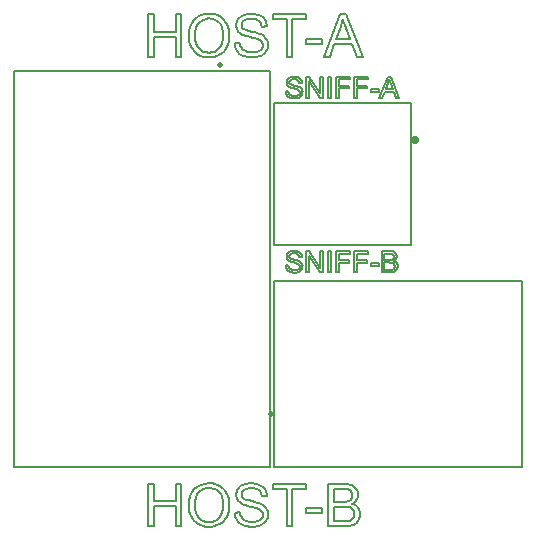
<source format=gto>
%FSLAX33Y33*%
%MOMM*%
%ADD10C,0.15*%
%ADD11C,0.5*%
%ADD12C,0.7*%
%ADD13C,0.5*%
%ADD14C,0.2032*%
D10*
%LNtop silkscreen_traces*%
%LNtop silkscreen component 81390542205083f1*%
G01*
X-5285Y39775D02*
X16385Y39775D01*
X16385Y6225*
X-5285Y6225*
X-5285Y39775*
D11*
X12155Y40275D03*
%LNtop silkscreen component 0e1364f0201fcbb8*%
D10*
X16799Y37040D02*
X28349Y37040D01*
X28349Y25040*
X16799Y25040*
X16799Y37040*
D12*
X28699Y33940D03*
%LNtop silkscreen component f3fd09079bb1218d*%
D10*
X37759Y6236D02*
X16789Y6236D01*
X16789Y21996*
X37759Y21996*
X37759Y6236*
D13*
X16509Y10761D03*
%LNtext*%
D14*
X8901Y44579D02*
X8901Y44579D01*
X8428Y44579*
X8428Y43109*
X8428Y43109*
X6567Y43109*
X6567Y43109*
X6567Y44579*
X6094Y44579*
X6094Y41001*
X6567Y41001*
X6567Y42687*
X6567Y42688*
X8428Y42688*
X8428Y42687*
X8428Y41001*
X8901Y41001*
X8901Y44579*
X11486Y40953D02*
X11486Y40953D01*
X11708Y40995*
X11921Y41064*
X12126Y41160*
X12316Y41284*
X12483Y41433*
X12627Y41609*
X12749Y41811*
X12845Y42033*
X12913Y42269*
X12954Y42520*
X12968Y42785*
X12955Y43046*
X12916Y43293*
X12851Y43526*
X12760Y43745*
X12643Y43945*
X12504Y44122*
X12340Y44275*
X12153Y44405*
X11948Y44509*
X11731Y44583*
X11501Y44627*
X11260Y44642*
X10899Y44611*
X10573Y44516*
X10281Y44359*
X10025Y44138*
X9815Y43862*
X9666Y43537*
X9576Y43164*
X9546Y42743*
X9559Y42511*
X9598Y42284*
X9662Y42064*
X9751Y41850*
X9866Y41650*
X10005Y41472*
X10167Y41317*
X10354Y41184*
X10560Y41077*
X10779Y41000*
X11011Y40955*
X11257Y40939*
X11486Y40953*
X10034Y42736D02*
X10034Y42736D01*
X10056Y42430*
X10121Y42158*
X10230Y41920*
X10382Y41717*
X10567Y41554*
X10774Y41437*
X11003Y41368*
X11255Y41344*
X11510Y41368*
X11742Y41438*
X11950Y41556*
X12135Y41720*
X12286Y41928*
X12394Y42175*
X12459Y42461*
X12480Y42787*
X12471Y42999*
X12444Y43196*
X12397Y43380*
X12333Y43550*
X12250Y43704*
X12151Y43839*
X12034Y43957*
X11901Y44055*
X11754Y44134*
X11599Y44190*
X11435Y44224*
X11262Y44235*
X11019Y44213*
X10794Y44148*
X10587Y44041*
X10397Y43889*
X10238Y43688*
X10125Y43428*
X10057Y43111*
X10034Y42736*
X15131Y40948D02*
X15131Y40948D01*
X15308Y40975*
X15475Y41018*
X15633Y41080*
X15778Y41157*
X15904Y41248*
X16012Y41353*
X16103Y41473*
X16175Y41601*
X16226Y41733*
X16256Y41870*
X16267Y42011*
X16257Y42151*
X16229Y42282*
X16183Y42405*
X16118Y42519*
X16033Y42625*
X15928Y42721*
X15803Y42808*
X15657Y42884*
X15527Y42935*
X15351Y42990*
X15130Y43049*
X14864Y43113*
X14864Y43113*
X14603Y43177*
X14603Y43177*
X14397Y43242*
X14397Y43242*
X14246Y43305*
X14246Y43305*
X14150Y43368*
X14150Y43368*
X14089Y43434*
X14089Y43434*
X14046Y43510*
X14046Y43510*
X14020Y43593*
X14020Y43593*
X14011Y43686*
X14011Y43686*
X14023Y43793*
X14023Y43793*
X14060Y43892*
X14060Y43892*
X14121Y43983*
X14121Y43983*
X14208Y44066*
X14208Y44066*
X14320Y44135*
X14320Y44135*
X14463Y44184*
X14463Y44184*
X14634Y44213*
X14634Y44213*
X14834Y44223*
X14834Y44223*
X15028Y44212*
X15028Y44212*
X15196Y44180*
X15196Y44180*
X15340Y44126*
X15340Y44126*
X15458Y44050*
X15458Y44050*
X15553Y43953*
X15553Y43953*
X15626Y43835*
X15626Y43835*
X15677Y43696*
X15677Y43696*
X15706Y43537*
X16159Y43571*
X16144Y43724*
X16109Y43869*
X16056Y44006*
X15984Y44134*
X15893Y44251*
X15785Y44353*
X15659Y44440*
X15516Y44511*
X15358Y44568*
X15189Y44608*
X15008Y44632*
X14815Y44640*
X14638Y44632*
X14470Y44609*
X14310Y44571*
X14158Y44518*
X14019Y44449*
X13898Y44367*
X13795Y44271*
X13709Y44160*
X13642Y44040*
X13594Y43916*
X13565Y43787*
X13555Y43654*
X13563Y43534*
X13587Y43419*
X13626Y43311*
X13681Y43209*
X13752Y43113*
X13839Y43026*
X13943Y42947*
X14063Y42875*
X14180Y42822*
X14334Y42767*
X14526Y42710*
X14754Y42652*
X14978Y42597*
X14978Y42597*
X15160Y42549*
X15160Y42549*
X15297Y42510*
X15297Y42510*
X15391Y42478*
X15391Y42478*
X15495Y42432*
X15495Y42432*
X15584Y42382*
X15584Y42382*
X15657Y42327*
X15657Y42327*
X15713Y42266*
X15713Y42266*
X15756Y42201*
X15756Y42201*
X15787Y42130*
X15787Y42130*
X15805Y42053*
X15805Y42053*
X15811Y41972*
X15811Y41972*
X15805Y41890*
X15805Y41890*
X15786Y41812*
X15786Y41812*
X15754Y41737*
X15754Y41737*
X15710Y41665*
X15710Y41665*
X15652Y41598*
X15652Y41598*
X15582Y41539*
X15582Y41539*
X15498Y41488*
X15498Y41488*
X15401Y41444*
X15401Y41444*
X15293Y41409*
X15293Y41409*
X15177Y41383*
X15177Y41383*
X15054Y41368*
X15054Y41368*
X14922Y41363*
X14922Y41363*
X14773Y41370*
X14773Y41370*
X14632Y41390*
X14632Y41390*
X14498Y41423*
X14498Y41423*
X14372Y41469*
X14372Y41470*
X14258Y41527*
X14258Y41527*
X14160Y41592*
X14160Y41592*
X14078Y41666*
X14078Y41666*
X14012Y41748*
X14012Y41748*
X13959Y41840*
X13959Y41840*
X13917Y41944*
X13917Y41944*
X13885Y42061*
X13885Y42061*
X13864Y42188*
X13419Y42149*
X13434Y41975*
X13473Y41810*
X13533Y41654*
X13615Y41507*
X13717Y41374*
X13837Y41258*
X13975Y41161*
X14130Y41081*
X14304Y41019*
X14498Y40975*
X14711Y40948*
X14944Y40939*
X15131Y40948*
X18298Y44157D02*
X18298Y44157D01*
X18298Y44157*
X19482Y44157*
X19482Y44579*
X16646Y44579*
X16646Y44157*
X17825Y44157*
X17825Y44157*
X17825Y41001*
X18298Y41001*
X18298Y44157*
X20815Y42516D02*
X20815Y42516D01*
X19466Y42516*
X19466Y42075*
X20815Y42075*
X20815Y42516*
X22849Y44579D02*
X22849Y44579D01*
X22339Y44579*
X20965Y41001*
X21467Y41001*
X21860Y42084*
X21860Y42084*
X23357Y42084*
X23357Y42084*
X23775Y41001*
X24313Y41001*
X22849Y44579*
X22836Y43461D02*
X22836Y43461D01*
X22836Y43461*
X22756Y43677*
X22756Y43677*
X22688Y43872*
X22688Y43872*
X22630Y44048*
X22630Y44048*
X22583Y44201*
X22546Y44031*
X22546Y44031*
X22501Y43860*
X22501Y43860*
X22449Y43689*
X22449Y43689*
X22391Y43519*
X22391Y43519*
X21998Y42470*
X23210Y42470*
X22836Y43461*
X18608Y37474D02*
X18608Y37474D01*
X18696Y37488*
X18780Y37509*
X18859Y37540*
X18931Y37579*
X18994Y37624*
X19049Y37677*
X19094Y37736*
X19130Y37801*
X19155Y37867*
X19170Y37935*
X19176Y38005*
X19171Y38075*
X19157Y38141*
X19134Y38202*
X19101Y38260*
X19059Y38312*
X19006Y38360*
X18944Y38404*
X18871Y38442*
X18806Y38467*
X18718Y38495*
X18608Y38524*
X18475Y38556*
X18475Y38556*
X18344Y38588*
X18344Y38588*
X18241Y38621*
X18241Y38621*
X18165Y38652*
X18165Y38652*
X18117Y38684*
X18117Y38684*
X18087Y38717*
X18087Y38717*
X18065Y38755*
X18065Y38755*
X18052Y38797*
X18052Y38797*
X18048Y38843*
X18048Y38843*
X18054Y38896*
X18054Y38896*
X18072Y38946*
X18072Y38946*
X18103Y38992*
X18103Y38992*
X18146Y39033*
X18146Y39033*
X18203Y39067*
X18203Y39068*
X18274Y39092*
X18274Y39092*
X18359Y39107*
X18359Y39107*
X18460Y39112*
X18460Y39112*
X18556Y39106*
X18556Y39106*
X18641Y39090*
X18641Y39090*
X18713Y39063*
X18713Y39063*
X18772Y39025*
X18772Y39025*
X18819Y38976*
X18819Y38976*
X18856Y38917*
X18856Y38917*
X18881Y38848*
X18881Y38848*
X18896Y38769*
X19122Y38786*
X19114Y38862*
X19097Y38934*
X19070Y39003*
X19034Y39067*
X18989Y39126*
X18935Y39176*
X18872Y39220*
X18801Y39256*
X18722Y39284*
X18637Y39304*
X18546Y39316*
X18450Y39320*
X18362Y39316*
X18277Y39304*
X18197Y39285*
X18122Y39259*
X18052Y39225*
X17992Y39183*
X17940Y39135*
X17897Y39080*
X17864Y39020*
X17840Y38958*
X17825Y38893*
X17820Y38827*
X17824Y38767*
X17836Y38710*
X17856Y38656*
X17883Y38604*
X17919Y38557*
X17962Y38513*
X18014Y38474*
X18074Y38438*
X18133Y38411*
X18210Y38384*
X18305Y38355*
X18419Y38326*
X18532Y38299*
X18532Y38299*
X18622Y38275*
X18622Y38275*
X18691Y38255*
X18691Y38255*
X18738Y38239*
X18738Y38239*
X18790Y38216*
X18790Y38216*
X18835Y38191*
X18835Y38191*
X18871Y38163*
X18871Y38163*
X18899Y38133*
X18899Y38133*
X18921Y38100*
X18921Y38100*
X18936Y38065*
X18936Y38065*
X18945Y38027*
X18945Y38027*
X18948Y37986*
X18948Y37986*
X18945Y37945*
X18945Y37945*
X18936Y37906*
X18936Y37906*
X18920Y37868*
X18920Y37868*
X18898Y37832*
X18898Y37832*
X18869Y37799*
X18869Y37799*
X18834Y37770*
X18833Y37770*
X18792Y37744*
X18792Y37744*
X18743Y37722*
X18743Y37722*
X18689Y37704*
X18689Y37704*
X18631Y37691*
X18631Y37691*
X18569Y37684*
X18569Y37684*
X18503Y37681*
X18503Y37681*
X18429Y37685*
X18429Y37685*
X18358Y37695*
X18358Y37695*
X18292Y37711*
X18292Y37711*
X18229Y37735*
X18229Y37735*
X18172Y37763*
X18172Y37763*
X18122Y37796*
X18122Y37796*
X18081Y37833*
X18081Y37833*
X18048Y37874*
X18048Y37874*
X18022Y37920*
X18022Y37920*
X18001Y37972*
X18001Y37972*
X17985Y38030*
X17985Y38030*
X17974Y38094*
X17752Y38074*
X17760Y37988*
X17779Y37905*
X17809Y37827*
X17850Y37754*
X17901Y37687*
X17961Y37629*
X18030Y37581*
X18108Y37541*
X18194Y37510*
X18291Y37488*
X18398Y37474*
X18514Y37470*
X18608Y37474*
X20907Y39289D02*
X20907Y39289D01*
X20681Y39289*
X20681Y37884*
X20680Y37884*
X19740Y39289*
X19498Y39289*
X19498Y37501*
X19724Y37501*
X19724Y38907*
X19724Y38907*
X20664Y37501*
X20907Y37501*
X20907Y39289*
X21582Y39289D02*
X21582Y39289D01*
X21346Y39289*
X21346Y37501*
X21582Y37501*
X21582Y39289*
X22248Y38313D02*
X22248Y38313D01*
X22248Y38313*
X23088Y38313*
X23088Y38524*
X22248Y38524*
X22248Y38524*
X22248Y39079*
X22248Y39079*
X23219Y39079*
X23219Y39289*
X22012Y39289*
X22012Y37501*
X22248Y37501*
X22248Y38313*
X23775Y38313D02*
X23775Y38313D01*
X23775Y38313*
X24615Y38313*
X24615Y38524*
X23775Y38524*
X23775Y38524*
X23775Y39079*
X23775Y39079*
X24746Y39079*
X24746Y39289*
X23539Y39289*
X23539Y37501*
X23775Y37501*
X23775Y38313*
X25615Y38258D02*
X25615Y38258D01*
X24941Y38258*
X24941Y38038*
X25615Y38038*
X25615Y38258*
X26632Y39289D02*
X26632Y39289D01*
X26377Y39289*
X25690Y37501*
X25941Y37501*
X26137Y38042*
X26137Y38043*
X26886Y38043*
X26886Y38042*
X27095Y37501*
X27364Y37501*
X26632Y39289*
X26625Y38730D02*
X26625Y38730D01*
X26625Y38730*
X26585Y38838*
X26585Y38838*
X26551Y38936*
X26551Y38936*
X26522Y39024*
X26522Y39024*
X26499Y39100*
X26481Y39016*
X26481Y39016*
X26458Y38930*
X26458Y38930*
X26432Y38845*
X26432Y38845*
X26403Y38760*
X26403Y38760*
X26207Y38235*
X26812Y38235*
X26625Y38730*
X8901Y4829D02*
X8901Y4829D01*
X8428Y4829*
X8428Y3359*
X8428Y3359*
X6567Y3359*
X6567Y3359*
X6567Y4829*
X6094Y4829*
X6094Y1251*
X6567Y1251*
X6567Y2937*
X6567Y2938*
X8428Y2938*
X8428Y2937*
X8428Y1251*
X8901Y1251*
X8901Y4829*
X11486Y1203D02*
X11486Y1203D01*
X11708Y1245*
X11921Y1314*
X12126Y1410*
X12316Y1534*
X12483Y1683*
X12627Y1859*
X12749Y2061*
X12845Y2283*
X12913Y2519*
X12954Y2770*
X12968Y3035*
X12955Y3296*
X12916Y3543*
X12851Y3776*
X12760Y3995*
X12643Y4195*
X12504Y4372*
X12340Y4525*
X12153Y4655*
X11948Y4759*
X11731Y4833*
X11501Y4877*
X11260Y4892*
X10899Y4861*
X10573Y4766*
X10281Y4609*
X10025Y4388*
X9815Y4112*
X9666Y3787*
X9576Y3414*
X9546Y2993*
X9559Y2761*
X9598Y2534*
X9662Y2314*
X9751Y2100*
X9866Y1900*
X10005Y1722*
X10167Y1567*
X10354Y1434*
X10560Y1327*
X10779Y1250*
X11011Y1205*
X11257Y1189*
X11486Y1203*
X10034Y2986D02*
X10034Y2986D01*
X10056Y2680*
X10121Y2408*
X10230Y2170*
X10382Y1967*
X10567Y1804*
X10774Y1687*
X11003Y1618*
X11255Y1594*
X11510Y1618*
X11742Y1688*
X11950Y1806*
X12135Y1970*
X12286Y2178*
X12394Y2425*
X12459Y2711*
X12480Y3037*
X12471Y3249*
X12444Y3446*
X12397Y3630*
X12333Y3800*
X12250Y3954*
X12151Y4089*
X12034Y4207*
X11901Y4305*
X11754Y4384*
X11599Y4440*
X11435Y4474*
X11262Y4485*
X11019Y4463*
X10794Y4399*
X10587Y4291*
X10397Y4139*
X10238Y3938*
X10125Y3678*
X10057Y3361*
X10034Y2986*
X15131Y1198D02*
X15131Y1198D01*
X15308Y1225*
X15475Y1268*
X15633Y1330*
X15778Y1407*
X15904Y1498*
X16012Y1603*
X16103Y1723*
X16175Y1851*
X16226Y1983*
X16256Y2120*
X16267Y2261*
X16257Y2401*
X16229Y2532*
X16183Y2655*
X16118Y2769*
X16033Y2875*
X15928Y2971*
X15803Y3058*
X15657Y3134*
X15527Y3185*
X15351Y3240*
X15130Y3299*
X14864Y3363*
X14864Y3363*
X14603Y3427*
X14603Y3427*
X14397Y3492*
X14397Y3492*
X14246Y3555*
X14246Y3555*
X14150Y3618*
X14150Y3618*
X14089Y3684*
X14089Y3684*
X14046Y3760*
X14046Y3760*
X14020Y3843*
X14020Y3843*
X14011Y3936*
X14011Y3936*
X14023Y4043*
X14023Y4043*
X14060Y4142*
X14060Y4142*
X14121Y4233*
X14121Y4233*
X14208Y4316*
X14208Y4316*
X14320Y4385*
X14320Y4385*
X14463Y4434*
X14463Y4434*
X14634Y4463*
X14634Y4463*
X14834Y4473*
X14834Y4473*
X15028Y4462*
X15028Y4462*
X15196Y4430*
X15196Y4430*
X15340Y4376*
X15340Y4376*
X15458Y4300*
X15458Y4300*
X15553Y4203*
X15553Y4203*
X15626Y4085*
X15626Y4085*
X15677Y3946*
X15677Y3946*
X15706Y3787*
X16159Y3821*
X16144Y3974*
X16109Y4119*
X16056Y4256*
X15984Y4384*
X15893Y4501*
X15785Y4603*
X15659Y4690*
X15516Y4761*
X15358Y4818*
X15189Y4858*
X15008Y4882*
X14815Y4890*
X14638Y4882*
X14470Y4859*
X14310Y4821*
X14158Y4768*
X14019Y4699*
X13898Y4617*
X13795Y4521*
X13709Y4410*
X13642Y4290*
X13594Y4166*
X13565Y4037*
X13555Y3904*
X13563Y3784*
X13587Y3669*
X13626Y3561*
X13681Y3459*
X13752Y3363*
X13839Y3276*
X13943Y3197*
X14063Y3125*
X14180Y3072*
X14334Y3017*
X14526Y2960*
X14754Y2902*
X14978Y2847*
X14978Y2847*
X15160Y2799*
X15160Y2799*
X15297Y2760*
X15297Y2760*
X15391Y2728*
X15391Y2728*
X15495Y2682*
X15495Y2682*
X15584Y2632*
X15584Y2632*
X15657Y2577*
X15657Y2577*
X15713Y2516*
X15713Y2516*
X15756Y2451*
X15756Y2451*
X15787Y2380*
X15787Y2380*
X15805Y2303*
X15805Y2303*
X15811Y2222*
X15811Y2222*
X15805Y2140*
X15805Y2140*
X15786Y2062*
X15786Y2062*
X15754Y1987*
X15754Y1987*
X15710Y1915*
X15710Y1915*
X15652Y1848*
X15652Y1848*
X15582Y1789*
X15582Y1789*
X15498Y1738*
X15498Y1738*
X15401Y1694*
X15401Y1694*
X15293Y1659*
X15293Y1659*
X15177Y1633*
X15177Y1633*
X15054Y1618*
X15054Y1618*
X14922Y1613*
X14922Y1613*
X14773Y1620*
X14773Y1620*
X14632Y1640*
X14632Y1640*
X14498Y1673*
X14498Y1673*
X14372Y1719*
X14372Y1720*
X14258Y1777*
X14258Y1777*
X14160Y1842*
X14160Y1842*
X14078Y1916*
X14078Y1916*
X14012Y1998*
X14012Y1998*
X13959Y2090*
X13959Y2090*
X13917Y2194*
X13917Y2194*
X13885Y2311*
X13885Y2311*
X13864Y2438*
X13419Y2399*
X13434Y2225*
X13473Y2060*
X13533Y1904*
X13615Y1757*
X13717Y1624*
X13837Y1508*
X13975Y1411*
X14130Y1331*
X14304Y1269*
X14498Y1225*
X14711Y1198*
X14944Y1189*
X15131Y1198*
X18298Y4407D02*
X18298Y4407D01*
X18298Y4407*
X19482Y4407*
X19482Y4829*
X16646Y4829*
X16646Y4407*
X17825Y4407*
X17825Y4407*
X17825Y1251*
X18298Y1251*
X18298Y4407*
X20815Y2766D02*
X20815Y2766D01*
X19466Y2766*
X19466Y2325*
X20815Y2325*
X20815Y2766*
X22867Y1254D02*
X22867Y1254D01*
X23018Y1265*
X23156Y1284*
X23280Y1310*
X23393Y1344*
X23496Y1384*
X23589Y1432*
X23672Y1487*
X23747Y1552*
X23815Y1629*
X23878Y1718*
X23934Y1820*
X23980Y1930*
X24013Y2045*
X24033Y2164*
X24040Y2288*
X24029Y2439*
X23996Y2579*
X23942Y2709*
X23866Y2829*
X23769Y2936*
X23654Y3025*
X23519Y3098*
X23366Y3154*
X23366Y3155*
X23484Y3222*
X23586Y3299*
X23672Y3385*
X23742Y3482*
X23797Y3585*
X23836Y3691*
X23859Y3801*
X23867Y3914*
X23858Y4035*
X23832Y4155*
X23788Y4272*
X23726Y4386*
X23650Y4491*
X23559Y4582*
X23456Y4658*
X23338Y4720*
X23204Y4767*
X23050Y4801*
X22876Y4822*
X22681Y4829*
X21338Y4829*
X21338Y1251*
X22703Y1251*
X22867Y1254*
X21812Y3325D02*
X21812Y3325D01*
X22585Y3325*
X22732Y3328*
X22856Y3336*
X22958Y3349*
X23037Y3367*
X23122Y3398*
X23195Y3438*
X23258Y3487*
X23309Y3545*
X23349Y3611*
X23378Y3685*
X23395Y3767*
X23401Y3857*
X23396Y3944*
X23380Y4025*
X23353Y4101*
X23315Y4171*
X23268Y4234*
X23212Y4285*
X23146Y4326*
X23071Y4357*
X22978Y4379*
X22856Y4394*
X22706Y4404*
X22527Y4407*
X21812Y4407*
X21812Y3325*
X21812Y1672D02*
X21812Y1672D01*
X22703Y1672*
X22809Y1673*
X22898Y1677*
X22970Y1682*
X23025Y1689*
X23103Y1707*
X23175Y1729*
X23240Y1755*
X23298Y1787*
X23351Y1825*
X23398Y1871*
X23441Y1925*
X23479Y1986*
X23510Y2054*
X23532Y2127*
X23545Y2205*
X23550Y2288*
X23543Y2384*
X23524Y2475*
X23492Y2558*
X23447Y2635*
X23391Y2704*
X23325Y2761*
X23249Y2808*
X23163Y2843*
X23062Y2869*
X22941Y2888*
X22800Y2899*
X22639Y2903*
X21812Y2903*
X21812Y1672*
X18608Y22724D02*
X18608Y22724D01*
X18696Y22738*
X18780Y22759*
X18859Y22790*
X18931Y22829*
X18994Y22874*
X19049Y22927*
X19094Y22986*
X19130Y23051*
X19155Y23117*
X19170Y23185*
X19176Y23255*
X19171Y23325*
X19157Y23391*
X19134Y23452*
X19101Y23510*
X19059Y23562*
X19006Y23610*
X18944Y23654*
X18871Y23692*
X18806Y23717*
X18718Y23745*
X18608Y23774*
X18475Y23806*
X18475Y23806*
X18344Y23838*
X18344Y23838*
X18241Y23871*
X18241Y23871*
X18165Y23902*
X18165Y23902*
X18117Y23934*
X18117Y23934*
X18087Y23967*
X18087Y23967*
X18065Y24005*
X18065Y24005*
X18052Y24047*
X18052Y24047*
X18048Y24093*
X18048Y24093*
X18054Y24146*
X18054Y24146*
X18072Y24196*
X18072Y24196*
X18103Y24242*
X18103Y24242*
X18146Y24283*
X18146Y24283*
X18203Y24317*
X18203Y24318*
X18274Y24342*
X18274Y24342*
X18359Y24357*
X18359Y24357*
X18460Y24362*
X18460Y24362*
X18556Y24356*
X18556Y24356*
X18641Y24340*
X18641Y24340*
X18713Y24313*
X18713Y24313*
X18772Y24275*
X18772Y24275*
X18819Y24226*
X18819Y24226*
X18856Y24167*
X18856Y24167*
X18881Y24098*
X18881Y24098*
X18896Y24019*
X19122Y24036*
X19114Y24112*
X19097Y24184*
X19070Y24253*
X19034Y24317*
X18989Y24376*
X18935Y24426*
X18872Y24470*
X18801Y24506*
X18722Y24534*
X18637Y24554*
X18546Y24566*
X18450Y24570*
X18362Y24566*
X18277Y24554*
X18197Y24535*
X18122Y24509*
X18052Y24475*
X17992Y24433*
X17940Y24385*
X17897Y24330*
X17864Y24270*
X17840Y24208*
X17825Y24143*
X17820Y24077*
X17824Y24017*
X17836Y23960*
X17856Y23906*
X17883Y23854*
X17919Y23807*
X17962Y23763*
X18014Y23724*
X18074Y23688*
X18133Y23661*
X18210Y23634*
X18305Y23605*
X18419Y23576*
X18532Y23549*
X18532Y23549*
X18622Y23525*
X18622Y23525*
X18691Y23505*
X18691Y23505*
X18738Y23489*
X18738Y23489*
X18790Y23466*
X18790Y23466*
X18835Y23441*
X18835Y23441*
X18871Y23413*
X18871Y23413*
X18899Y23383*
X18899Y23383*
X18921Y23350*
X18921Y23350*
X18936Y23315*
X18936Y23315*
X18945Y23277*
X18945Y23277*
X18948Y23236*
X18948Y23236*
X18945Y23195*
X18945Y23195*
X18936Y23156*
X18936Y23156*
X18920Y23118*
X18920Y23118*
X18898Y23082*
X18898Y23082*
X18869Y23049*
X18869Y23049*
X18834Y23020*
X18833Y23020*
X18792Y22994*
X18792Y22994*
X18743Y22972*
X18743Y22972*
X18689Y22954*
X18689Y22954*
X18631Y22941*
X18631Y22941*
X18569Y22934*
X18569Y22934*
X18503Y22931*
X18503Y22931*
X18429Y22935*
X18429Y22935*
X18358Y22945*
X18358Y22945*
X18292Y22961*
X18292Y22961*
X18229Y22985*
X18229Y22985*
X18172Y23013*
X18172Y23013*
X18122Y23046*
X18122Y23046*
X18081Y23083*
X18081Y23083*
X18048Y23124*
X18048Y23124*
X18022Y23170*
X18022Y23170*
X18001Y23222*
X18001Y23222*
X17985Y23280*
X17985Y23280*
X17974Y23344*
X17752Y23324*
X17760Y23238*
X17779Y23155*
X17809Y23077*
X17850Y23004*
X17901Y22937*
X17961Y22879*
X18030Y22831*
X18108Y22791*
X18194Y22760*
X18291Y22738*
X18398Y22724*
X18514Y22720*
X18608Y22724*
X20907Y24539D02*
X20907Y24539D01*
X20681Y24539*
X20681Y23134*
X20680Y23134*
X19740Y24539*
X19498Y24539*
X19498Y22751*
X19724Y22751*
X19724Y24157*
X19724Y24157*
X20664Y22751*
X20907Y22751*
X20907Y24539*
X21582Y24539D02*
X21582Y24539D01*
X21346Y24539*
X21346Y22751*
X21582Y22751*
X21582Y24539*
X22248Y23563D02*
X22248Y23563D01*
X22248Y23563*
X23088Y23563*
X23088Y23774*
X22248Y23774*
X22248Y23774*
X22248Y24329*
X22248Y24329*
X23219Y24329*
X23219Y24539*
X22012Y24539*
X22012Y22751*
X22248Y22751*
X22248Y23563*
X23775Y23563D02*
X23775Y23563D01*
X23775Y23563*
X24615Y23563*
X24615Y23774*
X23775Y23774*
X23775Y23774*
X23775Y24329*
X23775Y24329*
X24746Y24329*
X24746Y24539*
X23539Y24539*
X23539Y22751*
X23775Y22751*
X23775Y23563*
X25615Y23508D02*
X25615Y23508D01*
X24941Y23508*
X24941Y23288*
X25615Y23288*
X25615Y23508*
X26641Y22752D02*
X26641Y22752D01*
X26716Y22758*
X26785Y22767*
X26847Y22780*
X26904Y22797*
X26955Y22817*
X27002Y22841*
X27043Y22869*
X27081Y22901*
X27115Y22940*
X27146Y22984*
X27174Y23035*
X27197Y23090*
X27214Y23148*
X27224Y23207*
X27227Y23269*
X27222Y23344*
X27205Y23415*
X27178Y23480*
X27140Y23539*
X27092Y23593*
X27034Y23637*
X26967Y23674*
X26890Y23702*
X26890Y23702*
X26949Y23736*
X27000Y23775*
X27043Y23818*
X27078Y23866*
X27106Y23917*
X27125Y23971*
X27137Y24025*
X27141Y24082*
X27136Y24143*
X27123Y24202*
X27101Y24261*
X27070Y24318*
X27032Y24370*
X26987Y24416*
X26935Y24454*
X26877Y24485*
X26810Y24509*
X26732Y24525*
X26645Y24536*
X26548Y24539*
X25877Y24539*
X25877Y22751*
X26559Y22751*
X26641Y22752*
X26113Y23788D02*
X26113Y23788D01*
X26500Y23788*
X26573Y23789*
X26635Y23793*
X26686Y23799*
X26726Y23808*
X26768Y23824*
X26805Y23844*
X26836Y23869*
X26862Y23897*
X26882Y23931*
X26896Y23968*
X26905Y24009*
X26908Y24054*
X26905Y24097*
X26897Y24137*
X26884Y24175*
X26865Y24211*
X26842Y24242*
X26813Y24268*
X26780Y24288*
X26743Y24303*
X26696Y24314*
X26635Y24322*
X26560Y24327*
X26471Y24328*
X26113Y24328*
X26113Y23788*
X26113Y22961D02*
X26113Y22961D01*
X26559Y22961*
X26612Y22962*
X26656Y22963*
X26692Y22966*
X26720Y22970*
X26759Y22978*
X26795Y22989*
X26827Y23003*
X26857Y23019*
X26883Y23038*
X26907Y23061*
X26928Y23087*
X26947Y23118*
X26962Y23152*
X26973Y23188*
X26980Y23227*
X26982Y23269*
X26979Y23317*
X26970Y23362*
X26954Y23404*
X26931Y23443*
X26903Y23477*
X26870Y23506*
X26832Y23529*
X26789Y23547*
X26738Y23560*
X26678Y23569*
X26607Y23575*
X26527Y23576*
X26113Y23576*
X26113Y22961*
M02*
</source>
